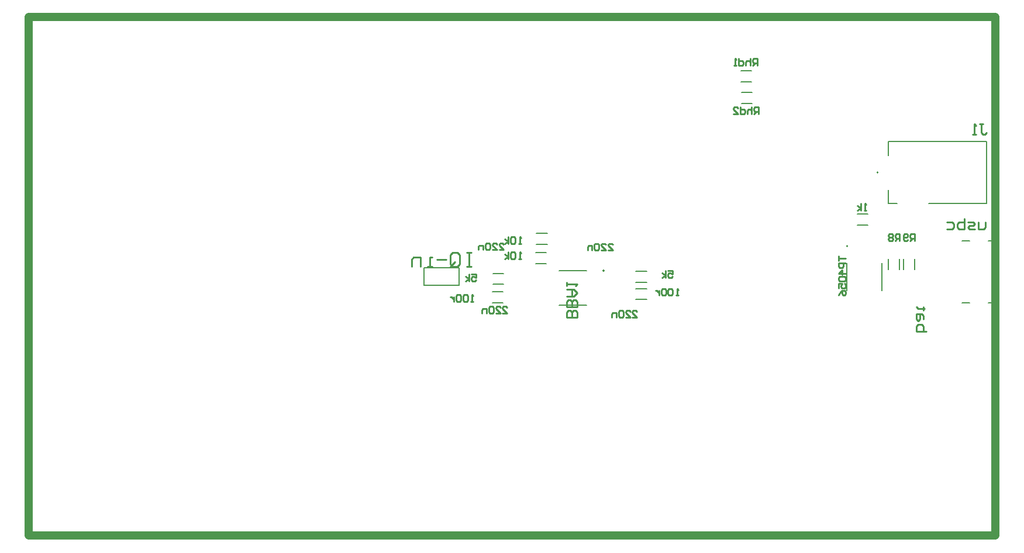
<source format=gbo>
G04 Layer_Color=32896*
%FSLAX44Y44*%
%MOMM*%
G71*
G01*
G75*
%ADD42C,0.2000*%
%ADD49C,1.2000*%
%ADD86C,0.1270*%
%ADD87C,0.2540*%
D42*
X1446950Y861450D02*
G03*
X1446950Y861450I-1000J0D01*
G01*
X1491000Y968000D02*
G03*
X1491000Y968000I-1000J0D01*
G01*
X1094450Y825750D02*
G03*
X1094450Y825750I-1000J0D01*
G01*
X833300Y804300D02*
Y829700D01*
Y804300D02*
X884100D01*
Y829700D01*
X833300D02*
X884100D01*
D49*
X261000Y442000D02*
X261000Y1193000D01*
X1661000Y1193000D01*
X1661000Y442000D02*
X1661000Y1193000D01*
X261000Y442000D02*
X1661000Y442000D01*
D86*
X1496500Y797000D02*
Y837000D01*
X1445500Y797000D02*
Y837000D01*
X1460950Y908000D02*
X1476550D01*
X1460950Y892000D02*
X1476550D01*
X1663050Y779300D02*
Y868700D01*
X1612550Y779300D02*
X1623550D01*
X1650550D02*
X1663050D01*
X1612550Y868700D02*
X1623550D01*
X1650550D02*
X1663050D01*
X1648000Y923000D02*
Y1013000D01*
X1506000D02*
X1648000D01*
X1506000Y923000D02*
X1518500D01*
X1506000Y993000D02*
Y1013000D01*
X1564500Y923000D02*
X1648000D01*
X1506000D02*
Y942500D01*
X995200Y852000D02*
X1010800D01*
X995200Y836000D02*
X1010800D01*
X1140200Y825000D02*
X1155800D01*
X1140200Y809000D02*
X1155800D01*
X1029500Y826100D02*
X1068500D01*
X1029500Y775900D02*
X1068500D01*
X1522000Y827200D02*
Y842800D01*
X1506000Y827200D02*
Y842800D01*
X1544000Y827200D02*
Y842800D01*
X1528000Y827200D02*
Y842800D01*
X1140200Y800000D02*
X1155800D01*
X1140200Y784000D02*
X1155800D01*
X996200Y880000D02*
X1011800D01*
X996200Y864000D02*
X1011800D01*
X932200Y795000D02*
X947800D01*
X932200Y779000D02*
X947800D01*
X933200Y822000D02*
X948800D01*
X933200Y806000D02*
X948800D01*
X1293200Y1068000D02*
X1308800D01*
X1293200Y1084000D02*
X1308800D01*
X1292200Y1099000D02*
X1307800D01*
X1292200Y1115000D02*
X1307800D01*
D87*
X1434003Y847000D02*
Y840335D01*
Y843668D01*
X1444000D01*
Y837003D02*
X1434003D01*
Y832005D01*
X1435669Y830339D01*
X1439002D01*
X1440668Y832005D01*
Y837003D01*
X1444000Y822008D02*
X1434003D01*
X1439002Y827006D01*
Y820342D01*
X1435669Y817010D02*
X1434003Y815343D01*
Y812011D01*
X1435669Y810345D01*
X1442334D01*
X1444000Y812011D01*
Y815343D01*
X1442334Y817010D01*
X1435669D01*
X1434003Y800348D02*
Y807013D01*
X1439002D01*
X1437336Y803681D01*
Y802014D01*
X1439002Y800348D01*
X1442334D01*
X1444000Y802014D01*
Y805347D01*
X1442334Y807013D01*
X1434003Y790352D02*
X1435669Y793684D01*
X1439002Y797016D01*
X1442334D01*
X1444000Y795350D01*
Y792018D01*
X1442334Y790352D01*
X1440668D01*
X1439002Y792018D01*
Y797016D01*
X905000Y781000D02*
X901668D01*
X903334D01*
Y790997D01*
X905000Y789331D01*
X896669D02*
X895003Y790997D01*
X891671D01*
X890005Y789331D01*
Y782666D01*
X891671Y781000D01*
X895003D01*
X896669Y782666D01*
Y789331D01*
X886673D02*
X885006Y790997D01*
X881674D01*
X880008Y789331D01*
Y782666D01*
X881674Y781000D01*
X885006D01*
X886673Y782666D01*
Y789331D01*
X876676Y787664D02*
Y781000D01*
Y784332D01*
X875010Y785998D01*
X873344Y787664D01*
X871677D01*
X902336Y820997D02*
X909000D01*
Y815998D01*
X905668Y817664D01*
X904002D01*
X902336Y815998D01*
Y812666D01*
X904002Y811000D01*
X907334D01*
X909000Y812666D01*
X899003Y811000D02*
Y820997D01*
Y814332D02*
X894005Y817664D01*
X899003Y814332D02*
X894005Y811000D01*
X974000Y843000D02*
X970668D01*
X972334D01*
Y852997D01*
X974000Y851331D01*
X965669D02*
X964003Y852997D01*
X960671D01*
X959005Y851331D01*
Y844666D01*
X960671Y843000D01*
X964003D01*
X965669Y844666D01*
Y851331D01*
X955673Y843000D02*
Y852997D01*
Y846332D02*
X950674Y849665D01*
X955673Y846332D02*
X950674Y843000D01*
X974000Y865000D02*
X970668D01*
X972334D01*
Y874997D01*
X974000Y873331D01*
X965669D02*
X964003Y874997D01*
X960671D01*
X959005Y873331D01*
Y866666D01*
X960671Y865000D01*
X964003D01*
X965669Y866666D01*
Y873331D01*
X955673Y865000D02*
Y874997D01*
Y868332D02*
X950674Y871665D01*
X955673Y868332D02*
X950674Y865000D01*
X1186336Y825997D02*
X1193000D01*
Y820998D01*
X1189668Y822664D01*
X1188002D01*
X1186336Y820998D01*
Y817666D01*
X1188002Y816000D01*
X1191334D01*
X1193000Y817666D01*
X1183003Y816000D02*
Y825997D01*
Y819332D02*
X1178005Y822664D01*
X1183003Y819332D02*
X1178005Y816000D01*
X1202000Y790000D02*
X1198668D01*
X1200334D01*
Y799997D01*
X1202000Y798331D01*
X1193669D02*
X1192003Y799997D01*
X1188671D01*
X1187005Y798331D01*
Y791666D01*
X1188671Y790000D01*
X1192003D01*
X1193669Y791666D01*
Y798331D01*
X1183673D02*
X1182006Y799997D01*
X1178674D01*
X1177008Y798331D01*
Y791666D01*
X1178674Y790000D01*
X1182006D01*
X1183673Y791666D01*
Y798331D01*
X1173676Y796665D02*
Y790000D01*
Y793332D01*
X1172010Y794998D01*
X1170344Y796665D01*
X1168677D01*
X1100267Y855218D02*
X1106932D01*
X1100267Y861882D01*
Y863549D01*
X1101934Y865215D01*
X1105266D01*
X1106932Y863549D01*
X1090271Y855218D02*
X1096935D01*
X1090271Y861882D01*
Y863549D01*
X1091937Y865215D01*
X1095269D01*
X1096935Y863549D01*
X1086938D02*
X1085272Y865215D01*
X1081940D01*
X1080274Y863549D01*
Y856884D01*
X1081940Y855218D01*
X1085272D01*
X1086938Y856884D01*
Y863549D01*
X1076942Y855218D02*
Y861882D01*
X1071943D01*
X1070277Y860216D01*
Y855218D01*
X942336Y856000D02*
X949000D01*
X942336Y862664D01*
Y864331D01*
X944002Y865997D01*
X947334D01*
X949000Y864331D01*
X932339Y856000D02*
X939003D01*
X932339Y862664D01*
Y864331D01*
X934005Y865997D01*
X937337D01*
X939003Y864331D01*
X929006D02*
X927340Y865997D01*
X924008D01*
X922342Y864331D01*
Y857666D01*
X924008Y856000D01*
X927340D01*
X929006Y857666D01*
Y864331D01*
X919010Y856000D02*
Y862664D01*
X914011D01*
X912345Y860998D01*
Y856000D01*
X947359Y764032D02*
X954024D01*
X947359Y770696D01*
Y772363D01*
X949026Y774029D01*
X952358D01*
X954024Y772363D01*
X937363Y764032D02*
X944027D01*
X937363Y770696D01*
Y772363D01*
X939029Y774029D01*
X942361D01*
X944027Y772363D01*
X934030D02*
X932364Y774029D01*
X929032D01*
X927366Y772363D01*
Y765698D01*
X929032Y764032D01*
X932364D01*
X934030Y765698D01*
Y772363D01*
X924034Y764032D02*
Y770696D01*
X919035D01*
X917369Y769030D01*
Y764032D01*
X1135335Y758000D02*
X1142000D01*
X1135335Y764665D01*
Y766331D01*
X1137002Y767997D01*
X1140334D01*
X1142000Y766331D01*
X1125339Y758000D02*
X1132003D01*
X1125339Y764665D01*
Y766331D01*
X1127005Y767997D01*
X1130337D01*
X1132003Y766331D01*
X1122006D02*
X1120340Y767997D01*
X1117008D01*
X1115342Y766331D01*
Y759666D01*
X1117008Y758000D01*
X1120340D01*
X1122006Y759666D01*
Y766331D01*
X1112010Y758000D02*
Y764665D01*
X1107011D01*
X1105345Y762998D01*
Y758000D01*
X1055235D02*
X1040000D01*
Y765618D01*
X1042539Y768157D01*
X1045078D01*
X1047617Y765618D01*
Y758000D01*
Y765618D01*
X1050157Y768157D01*
X1052696D01*
X1055235Y765618D01*
Y758000D01*
Y773235D02*
X1040000D01*
Y780853D01*
X1042539Y783392D01*
X1045078D01*
X1047617Y780853D01*
Y773235D01*
Y780853D01*
X1050157Y783392D01*
X1052696D01*
X1055235Y780853D01*
Y773235D01*
X1040000Y788470D02*
X1050157D01*
X1055235Y793549D01*
X1050157Y798627D01*
X1040000D01*
X1047617D01*
Y788470D01*
X1040000Y803705D02*
Y808784D01*
Y806244D01*
X1055235D01*
X1052696Y803705D01*
X902000Y851994D02*
X895335D01*
X898668D01*
Y832000D01*
X902000D01*
X895335D01*
X872010Y835332D02*
Y848661D01*
X875342Y851994D01*
X882007D01*
X885339Y848661D01*
Y835332D01*
X882007Y832000D01*
X875342D01*
X878674Y838664D02*
X872010Y832000D01*
X875342D02*
X872010Y835332D01*
X865345Y841997D02*
X852016D01*
X845352Y832000D02*
X838687D01*
X842019D01*
Y845329D01*
X845352D01*
X828690Y832000D02*
Y845329D01*
X818693D01*
X815361Y841997D01*
Y832000D01*
X1474000Y913000D02*
X1470668D01*
X1472334D01*
Y922997D01*
X1474000Y921331D01*
X1465669Y913000D02*
Y922997D01*
Y916332D02*
X1460671Y919665D01*
X1465669Y916332D02*
X1460671Y913000D01*
X1638049Y1038601D02*
X1643128D01*
X1640589D01*
Y1025905D01*
X1643128Y1023366D01*
X1645667D01*
X1648206Y1025905D01*
X1632971Y1023366D02*
X1627893D01*
X1630432D01*
Y1038601D01*
X1632971Y1036062D01*
X1646000Y896157D02*
Y888539D01*
X1643461Y886000D01*
X1635843D01*
Y896157D01*
X1630765Y886000D02*
X1623147D01*
X1620608Y888539D01*
X1623147Y891078D01*
X1628226D01*
X1630765Y893617D01*
X1628226Y896157D01*
X1620608D01*
X1615530Y901235D02*
Y886000D01*
X1607912D01*
X1605373Y888539D01*
Y891078D01*
Y893617D01*
X1607912Y896157D01*
X1615530D01*
X1590138D02*
X1597756D01*
X1600295Y893617D01*
Y888539D01*
X1597756Y886000D01*
X1590138D01*
X1522222Y868934D02*
Y878931D01*
X1517224D01*
X1515558Y877265D01*
Y873932D01*
X1517224Y872266D01*
X1522222D01*
X1518890D02*
X1515558Y868934D01*
X1512225Y877265D02*
X1510559Y878931D01*
X1507227D01*
X1505561Y877265D01*
Y875599D01*
X1507227Y873932D01*
X1505561Y872266D01*
Y870600D01*
X1507227Y868934D01*
X1510559D01*
X1512225Y870600D01*
Y872266D01*
X1510559Y873932D01*
X1512225Y875599D01*
Y877265D01*
X1510559Y873932D02*
X1507227D01*
X1544136Y868808D02*
Y878805D01*
X1539138D01*
X1537471Y877139D01*
Y873806D01*
X1539138Y872140D01*
X1544136D01*
X1540804D02*
X1537471Y868808D01*
X1534139Y870474D02*
X1532473Y868808D01*
X1529141D01*
X1527475Y870474D01*
Y877139D01*
X1529141Y878805D01*
X1532473D01*
X1534139Y877139D01*
Y875472D01*
X1532473Y873806D01*
X1527475D01*
X1561235Y738000D02*
X1546000D01*
Y745618D01*
X1548539Y748157D01*
X1551078D01*
X1553618D01*
X1556157Y745618D01*
Y738000D01*
Y755774D02*
Y760853D01*
X1553618Y763392D01*
X1546000D01*
Y755774D01*
X1548539Y753235D01*
X1551078Y755774D01*
Y763392D01*
X1558696Y771009D02*
X1556157D01*
Y768470D01*
Y773549D01*
Y771009D01*
X1548539D01*
X1546000Y773549D01*
X1316000Y1123000D02*
Y1132997D01*
X1311002D01*
X1309335Y1131331D01*
Y1127998D01*
X1311002Y1126332D01*
X1316000D01*
X1312668D02*
X1309335Y1123000D01*
X1306003Y1132997D02*
Y1123000D01*
Y1127998D01*
X1304337Y1129665D01*
X1301005D01*
X1299339Y1127998D01*
Y1123000D01*
X1289342Y1132997D02*
Y1123000D01*
X1294340D01*
X1296006Y1124666D01*
Y1127998D01*
X1294340Y1129665D01*
X1289342D01*
X1286010Y1123000D02*
X1282677D01*
X1284344D01*
Y1132997D01*
X1286010Y1131331D01*
X1318000Y1053000D02*
Y1062997D01*
X1313002D01*
X1311335Y1061331D01*
Y1057998D01*
X1313002Y1056332D01*
X1318000D01*
X1314668D02*
X1311335Y1053000D01*
X1308003Y1062997D02*
Y1053000D01*
Y1057998D01*
X1306337Y1059665D01*
X1303005D01*
X1301339Y1057998D01*
Y1053000D01*
X1291342Y1062997D02*
Y1053000D01*
X1296340D01*
X1298006Y1054666D01*
Y1057998D01*
X1296340Y1059665D01*
X1291342D01*
X1281345Y1053000D02*
X1288010D01*
X1281345Y1059665D01*
Y1061331D01*
X1283011Y1062997D01*
X1286344D01*
X1288010Y1061331D01*
M02*

</source>
